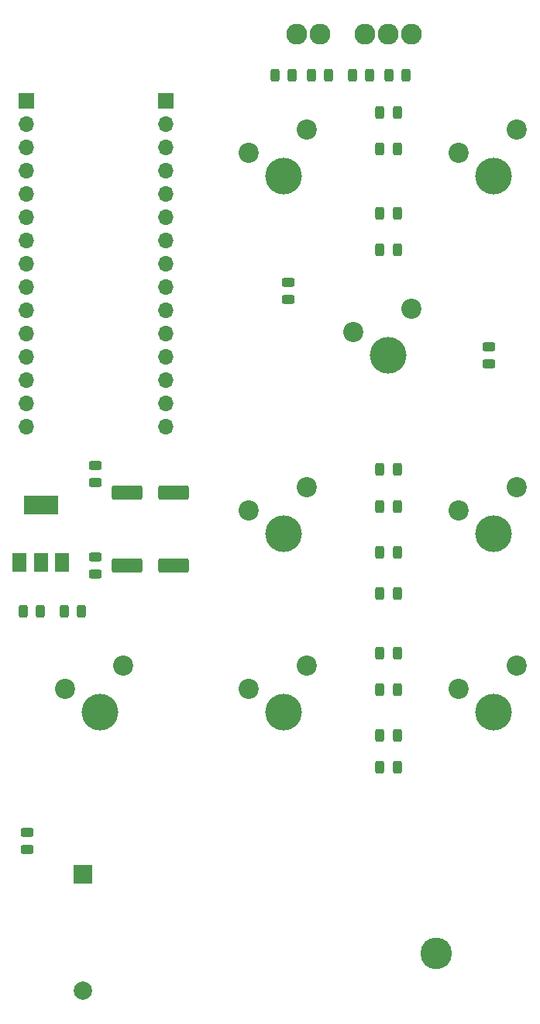
<source format=gbr>
%TF.GenerationSoftware,KiCad,Pcbnew,(6.0.9)*%
%TF.CreationDate,2023-01-10T14:41:21+08:00*%
%TF.ProjectId,keyboard-nano,6b657962-6f61-4726-942d-6e616e6f2e6b,rev?*%
%TF.SameCoordinates,Original*%
%TF.FileFunction,Soldermask,Top*%
%TF.FilePolarity,Negative*%
%FSLAX46Y46*%
G04 Gerber Fmt 4.6, Leading zero omitted, Abs format (unit mm)*
G04 Created by KiCad (PCBNEW (6.0.9)) date 2023-01-10 14:41:21*
%MOMM*%
%LPD*%
G01*
G04 APERTURE LIST*
G04 Aperture macros list*
%AMRoundRect*
0 Rectangle with rounded corners*
0 $1 Rounding radius*
0 $2 $3 $4 $5 $6 $7 $8 $9 X,Y pos of 4 corners*
0 Add a 4 corners polygon primitive as box body*
4,1,4,$2,$3,$4,$5,$6,$7,$8,$9,$2,$3,0*
0 Add four circle primitives for the rounded corners*
1,1,$1+$1,$2,$3*
1,1,$1+$1,$4,$5*
1,1,$1+$1,$6,$7*
1,1,$1+$1,$8,$9*
0 Add four rect primitives between the rounded corners*
20,1,$1+$1,$2,$3,$4,$5,0*
20,1,$1+$1,$4,$5,$6,$7,0*
20,1,$1+$1,$6,$7,$8,$9,0*
20,1,$1+$1,$8,$9,$2,$3,0*%
G04 Aperture macros list end*
%ADD10RoundRect,0.250000X-1.412500X-0.550000X1.412500X-0.550000X1.412500X0.550000X-1.412500X0.550000X0*%
%ADD11C,4.000000*%
%ADD12C,2.200000*%
%ADD13RoundRect,0.243750X0.243750X0.456250X-0.243750X0.456250X-0.243750X-0.456250X0.243750X-0.456250X0*%
%ADD14RoundRect,0.243750X-0.243750X-0.456250X0.243750X-0.456250X0.243750X0.456250X-0.243750X0.456250X0*%
%ADD15C,2.286000*%
%ADD16C,3.450000*%
%ADD17R,2.000000X2.000000*%
%ADD18C,2.000000*%
%ADD19RoundRect,0.243750X-0.456250X0.243750X-0.456250X-0.243750X0.456250X-0.243750X0.456250X0.243750X0*%
%ADD20R,1.700000X1.700000*%
%ADD21O,1.700000X1.700000*%
%ADD22R,1.500000X2.000000*%
%ADD23R,3.800000X2.000000*%
%ADD24RoundRect,0.243750X0.456250X-0.243750X0.456250X0.243750X-0.456250X0.243750X-0.456250X-0.243750X0*%
G04 APERTURE END LIST*
D10*
%TO.C,C1*%
X124462500Y-100500000D03*
X129537500Y-100500000D03*
%TD*%
D11*
%TO.C,CB6*%
X164500000Y-58000000D03*
D12*
X167040000Y-52920000D03*
X160690000Y-55460000D03*
%TD*%
D13*
%TO.C,R11*%
X114937500Y-105500000D03*
X113062500Y-105500000D03*
%TD*%
D14*
%TO.C,R6*%
X152062500Y-90000000D03*
X153937500Y-90000000D03*
%TD*%
D11*
%TO.C,CB4*%
X164500000Y-97000000D03*
D12*
X167040000Y-91920000D03*
X160690000Y-94460000D03*
%TD*%
D13*
%TO.C,R5*%
X153937500Y-122500000D03*
X152062500Y-122500000D03*
%TD*%
D11*
%TO.C,CB3*%
X141500000Y-96970000D03*
D12*
X144040000Y-91890000D03*
X137690000Y-94430000D03*
%TD*%
D14*
%TO.C,D6*%
X152062500Y-119000000D03*
X153937500Y-119000000D03*
%TD*%
%TO.C,D10*%
X152062500Y-66000000D03*
X153937500Y-66000000D03*
%TD*%
D15*
%TO.C,D2*%
X145500000Y-42500000D03*
X143000000Y-42500000D03*
%TD*%
D10*
%TO.C,C3*%
X124462500Y-92500000D03*
X129537500Y-92500000D03*
%TD*%
D15*
%TO.C,D3*%
X153000000Y-42500000D03*
X155540000Y-42500000D03*
X150460000Y-42500000D03*
%TD*%
D14*
%TO.C,D12*%
X117562500Y-105500000D03*
X119437500Y-105500000D03*
%TD*%
D13*
%TO.C,D1*%
X142437500Y-47000000D03*
X140562500Y-47000000D03*
%TD*%
D11*
%TO.C,CB2*%
X164500000Y-116500000D03*
D12*
X167040000Y-111420000D03*
X160690000Y-113960000D03*
%TD*%
D11*
%TO.C,CB5*%
X141500000Y-58000000D03*
D12*
X144040000Y-52920000D03*
X137690000Y-55460000D03*
%TD*%
D13*
%TO.C,R2*%
X146437500Y-47000000D03*
X144562500Y-47000000D03*
%TD*%
D16*
%TO.C,BT1*%
X158210000Y-142850000D03*
D17*
X119600000Y-134150000D03*
D18*
X119600000Y-146850000D03*
%TD*%
D14*
%TO.C,R9*%
X152062500Y-62000000D03*
X153937500Y-62000000D03*
%TD*%
D19*
%TO.C,R10*%
X164000000Y-76562500D03*
X164000000Y-78437500D03*
%TD*%
D13*
%TO.C,R7*%
X153937500Y-103500000D03*
X152062500Y-103500000D03*
%TD*%
D14*
%TO.C,D8*%
X152062500Y-99000000D03*
X153937500Y-99000000D03*
%TD*%
D13*
%TO.C,D7*%
X153937500Y-94000000D03*
X152062500Y-94000000D03*
%TD*%
D11*
%TO.C,CB1*%
X141500000Y-116500000D03*
D12*
X144040000Y-111420000D03*
X137690000Y-113960000D03*
%TD*%
D20*
%TO.C,J1*%
X113405000Y-49750000D03*
D21*
X113405000Y-52290000D03*
X113405000Y-54830000D03*
X113405000Y-57370000D03*
X113405000Y-59910000D03*
X113405000Y-62450000D03*
X113405000Y-64990000D03*
X113405000Y-67530000D03*
X113405000Y-70070000D03*
X113405000Y-72610000D03*
X113405000Y-75150000D03*
X113405000Y-77690000D03*
X113405000Y-80230000D03*
X113405000Y-82770000D03*
X113405000Y-85310000D03*
D20*
X128645000Y-49750000D03*
D21*
X128645000Y-52290000D03*
X128645000Y-54830000D03*
X128645000Y-57370000D03*
X128645000Y-59910000D03*
X128645000Y-62450000D03*
X128645000Y-64990000D03*
X128645000Y-67530000D03*
X128645000Y-70070000D03*
X128645000Y-72610000D03*
X128645000Y-75150000D03*
X128645000Y-77690000D03*
X128645000Y-80230000D03*
X128645000Y-82770000D03*
X128645000Y-85310000D03*
%TD*%
D14*
%TO.C,R8*%
X152062500Y-51000000D03*
X153937500Y-51000000D03*
%TD*%
D13*
%TO.C,D9*%
X153937500Y-55000000D03*
X152062500Y-55000000D03*
%TD*%
%TO.C,D4*%
X150937500Y-47000000D03*
X149062500Y-47000000D03*
%TD*%
D19*
%TO.C,R1*%
X113500000Y-129562500D03*
X113500000Y-131437500D03*
%TD*%
D11*
%TO.C,CB7*%
X153000000Y-77500000D03*
D12*
X155540000Y-72420000D03*
X149190000Y-74960000D03*
%TD*%
D14*
%TO.C,R4*%
X152062500Y-110000000D03*
X153937500Y-110000000D03*
%TD*%
D22*
%TO.C,U1*%
X112700000Y-100150000D03*
D23*
X115000000Y-93850000D03*
D22*
X115000000Y-100150000D03*
X117300000Y-100150000D03*
%TD*%
D11*
%TO.C,CB8*%
X121500000Y-116500000D03*
D12*
X124040000Y-111420000D03*
X117690000Y-113960000D03*
%TD*%
D14*
%TO.C,R3*%
X153062500Y-47000000D03*
X154937500Y-47000000D03*
%TD*%
D24*
%TO.C,C2*%
X121000000Y-101437500D03*
X121000000Y-99562500D03*
%TD*%
D14*
%TO.C,D5*%
X152062500Y-114000000D03*
X153937500Y-114000000D03*
%TD*%
D24*
%TO.C,C4*%
X121000000Y-91437500D03*
X121000000Y-89562500D03*
%TD*%
D19*
%TO.C,D11*%
X142000000Y-69562500D03*
X142000000Y-71437500D03*
%TD*%
M02*

</source>
